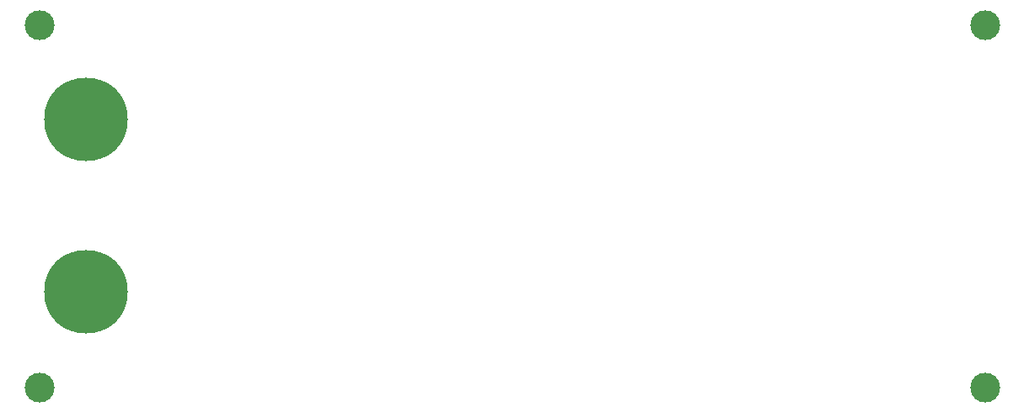
<source format=gbs>
G04 #@! TF.GenerationSoftware,KiCad,Pcbnew,(5.1.4)-1*
G04 #@! TF.CreationDate,2019-12-03T11:07:22+01:00*
G04 #@! TF.ProjectId,dps3005,64707333-3030-4352-9e6b-696361645f70,rev?*
G04 #@! TF.SameCoordinates,PX44300e0PY2cd29c0*
G04 #@! TF.FileFunction,Soldermask,Bot*
G04 #@! TF.FilePolarity,Negative*
%FSLAX45Y45*%
G04 Gerber Fmt 4.5, Leading zero omitted, Abs format (unit mm)*
G04 Created by KiCad (PCBNEW (5.1.4)-1) date 2019-12-03 11:07:22*
%MOMM*%
%LPD*%
G04 APERTURE LIST*
%ADD10C,8.400000*%
%ADD11C,3.000000*%
G04 APERTURE END LIST*
D10*
X1005000Y-1420000D03*
X1005000Y-3150000D03*
D11*
X10040000Y-465000D03*
X10040000Y-4115000D03*
X540000Y-4115000D03*
X540000Y-465000D03*
M02*

</source>
